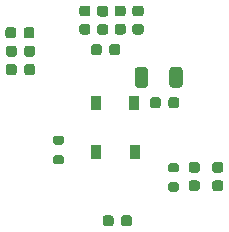
<source format=gbp>
%TF.GenerationSoftware,KiCad,Pcbnew,(5.1.8)-1*%
%TF.CreationDate,2020-11-23T23:28:54+01:00*%
%TF.ProjectId,KLinPump_PCB,4b4c696e-5075-46d7-905f-5043422e6b69,rev?*%
%TF.SameCoordinates,PX6a9eec0PY52f83c0*%
%TF.FileFunction,Paste,Bot*%
%TF.FilePolarity,Positive*%
%FSLAX46Y46*%
G04 Gerber Fmt 4.6, Leading zero omitted, Abs format (unit mm)*
G04 Created by KiCad (PCBNEW (5.1.8)-1) date 2020-11-23 23:28:54*
%MOMM*%
%LPD*%
G01*
G04 APERTURE LIST*
%ADD10R,0.900000X1.200000*%
G04 APERTURE END LIST*
%TO.C,R3*%
G36*
G01*
X18225000Y-9474999D02*
X18225000Y-10725001D01*
G75*
G02*
X17975001Y-10975000I-249999J0D01*
G01*
X17349999Y-10975000D01*
G75*
G02*
X17100000Y-10725001I0J249999D01*
G01*
X17100000Y-9474999D01*
G75*
G02*
X17349999Y-9225000I249999J0D01*
G01*
X17975001Y-9225000D01*
G75*
G02*
X18225000Y-9474999I0J-249999D01*
G01*
G37*
G36*
G01*
X15300000Y-9474999D02*
X15300000Y-10725001D01*
G75*
G02*
X15050001Y-10975000I-249999J0D01*
G01*
X14424999Y-10975000D01*
G75*
G02*
X14175000Y-10725001I0J249999D01*
G01*
X14175000Y-9474999D01*
G75*
G02*
X14424999Y-9225000I249999J0D01*
G01*
X15050001Y-9225000D01*
G75*
G02*
X15300000Y-9474999I0J-249999D01*
G01*
G37*
%TD*%
%TO.C,C8*%
G36*
G01*
X14700000Y-4925000D02*
X14200000Y-4925000D01*
G75*
G02*
X13975000Y-4700000I0J225000D01*
G01*
X13975000Y-4250000D01*
G75*
G02*
X14200000Y-4025000I225000J0D01*
G01*
X14700000Y-4025000D01*
G75*
G02*
X14925000Y-4250000I0J-225000D01*
G01*
X14925000Y-4700000D01*
G75*
G02*
X14700000Y-4925000I-225000J0D01*
G01*
G37*
G36*
G01*
X14700000Y-6475000D02*
X14200000Y-6475000D01*
G75*
G02*
X13975000Y-6250000I0J225000D01*
G01*
X13975000Y-5800000D01*
G75*
G02*
X14200000Y-5575000I225000J0D01*
G01*
X14700000Y-5575000D01*
G75*
G02*
X14925000Y-5800000I0J-225000D01*
G01*
X14925000Y-6250000D01*
G75*
G02*
X14700000Y-6475000I-225000J0D01*
G01*
G37*
%TD*%
%TO.C,C4*%
G36*
G01*
X13190000Y-4925000D02*
X12690000Y-4925000D01*
G75*
G02*
X12465000Y-4700000I0J225000D01*
G01*
X12465000Y-4250000D01*
G75*
G02*
X12690000Y-4025000I225000J0D01*
G01*
X13190000Y-4025000D01*
G75*
G02*
X13415000Y-4250000I0J-225000D01*
G01*
X13415000Y-4700000D01*
G75*
G02*
X13190000Y-4925000I-225000J0D01*
G01*
G37*
G36*
G01*
X13190000Y-6475000D02*
X12690000Y-6475000D01*
G75*
G02*
X12465000Y-6250000I0J225000D01*
G01*
X12465000Y-5800000D01*
G75*
G02*
X12690000Y-5575000I225000J0D01*
G01*
X13190000Y-5575000D01*
G75*
G02*
X13415000Y-5800000I0J-225000D01*
G01*
X13415000Y-6250000D01*
G75*
G02*
X13190000Y-6475000I-225000J0D01*
G01*
G37*
%TD*%
%TO.C,C1*%
G36*
G01*
X11700000Y-6500000D02*
X11200000Y-6500000D01*
G75*
G02*
X10975000Y-6275000I0J225000D01*
G01*
X10975000Y-5825000D01*
G75*
G02*
X11200000Y-5600000I225000J0D01*
G01*
X11700000Y-5600000D01*
G75*
G02*
X11925000Y-5825000I0J-225000D01*
G01*
X11925000Y-6275000D01*
G75*
G02*
X11700000Y-6500000I-225000J0D01*
G01*
G37*
G36*
G01*
X11700000Y-4950000D02*
X11200000Y-4950000D01*
G75*
G02*
X10975000Y-4725000I0J225000D01*
G01*
X10975000Y-4275000D01*
G75*
G02*
X11200000Y-4050000I225000J0D01*
G01*
X11700000Y-4050000D01*
G75*
G02*
X11925000Y-4275000I0J-225000D01*
G01*
X11925000Y-4725000D01*
G75*
G02*
X11700000Y-4950000I-225000J0D01*
G01*
G37*
%TD*%
%TO.C,C3*%
G36*
G01*
X10200000Y-6475000D02*
X9700000Y-6475000D01*
G75*
G02*
X9475000Y-6250000I0J225000D01*
G01*
X9475000Y-5800000D01*
G75*
G02*
X9700000Y-5575000I225000J0D01*
G01*
X10200000Y-5575000D01*
G75*
G02*
X10425000Y-5800000I0J-225000D01*
G01*
X10425000Y-6250000D01*
G75*
G02*
X10200000Y-6475000I-225000J0D01*
G01*
G37*
G36*
G01*
X10200000Y-4925000D02*
X9700000Y-4925000D01*
G75*
G02*
X9475000Y-4700000I0J225000D01*
G01*
X9475000Y-4250000D01*
G75*
G02*
X9700000Y-4025000I225000J0D01*
G01*
X10200000Y-4025000D01*
G75*
G02*
X10425000Y-4250000I0J-225000D01*
G01*
X10425000Y-4700000D01*
G75*
G02*
X10200000Y-4925000I-225000J0D01*
G01*
G37*
%TD*%
%TO.C,C2*%
G36*
G01*
X17025000Y-12500000D02*
X17025000Y-12000000D01*
G75*
G02*
X17250000Y-11775000I225000J0D01*
G01*
X17700000Y-11775000D01*
G75*
G02*
X17925000Y-12000000I0J-225000D01*
G01*
X17925000Y-12500000D01*
G75*
G02*
X17700000Y-12725000I-225000J0D01*
G01*
X17250000Y-12725000D01*
G75*
G02*
X17025000Y-12500000I0J225000D01*
G01*
G37*
G36*
G01*
X15475000Y-12500000D02*
X15475000Y-12000000D01*
G75*
G02*
X15700000Y-11775000I225000J0D01*
G01*
X16150000Y-11775000D01*
G75*
G02*
X16375000Y-12000000I0J-225000D01*
G01*
X16375000Y-12500000D01*
G75*
G02*
X16150000Y-12725000I-225000J0D01*
G01*
X15700000Y-12725000D01*
G75*
G02*
X15475000Y-12500000I0J225000D01*
G01*
G37*
%TD*%
%TO.C,C5*%
G36*
G01*
X3270000Y-9690000D02*
X3270000Y-9190000D01*
G75*
G02*
X3495000Y-8965000I225000J0D01*
G01*
X3945000Y-8965000D01*
G75*
G02*
X4170000Y-9190000I0J-225000D01*
G01*
X4170000Y-9690000D01*
G75*
G02*
X3945000Y-9915000I-225000J0D01*
G01*
X3495000Y-9915000D01*
G75*
G02*
X3270000Y-9690000I0J225000D01*
G01*
G37*
G36*
G01*
X4820000Y-9690000D02*
X4820000Y-9190000D01*
G75*
G02*
X5045000Y-8965000I225000J0D01*
G01*
X5495000Y-8965000D01*
G75*
G02*
X5720000Y-9190000I0J-225000D01*
G01*
X5720000Y-9690000D01*
G75*
G02*
X5495000Y-9915000I-225000J0D01*
G01*
X5045000Y-9915000D01*
G75*
G02*
X4820000Y-9690000I0J225000D01*
G01*
G37*
%TD*%
%TO.C,C6*%
G36*
G01*
X4825000Y-8150000D02*
X4825000Y-7650000D01*
G75*
G02*
X5050000Y-7425000I225000J0D01*
G01*
X5500000Y-7425000D01*
G75*
G02*
X5725000Y-7650000I0J-225000D01*
G01*
X5725000Y-8150000D01*
G75*
G02*
X5500000Y-8375000I-225000J0D01*
G01*
X5050000Y-8375000D01*
G75*
G02*
X4825000Y-8150000I0J225000D01*
G01*
G37*
G36*
G01*
X3275000Y-8150000D02*
X3275000Y-7650000D01*
G75*
G02*
X3500000Y-7425000I225000J0D01*
G01*
X3950000Y-7425000D01*
G75*
G02*
X4175000Y-7650000I0J-225000D01*
G01*
X4175000Y-8150000D01*
G75*
G02*
X3950000Y-8375000I-225000J0D01*
G01*
X3500000Y-8375000D01*
G75*
G02*
X3275000Y-8150000I0J225000D01*
G01*
G37*
%TD*%
%TO.C,C7*%
G36*
G01*
X12925000Y-7500000D02*
X12925000Y-8000000D01*
G75*
G02*
X12700000Y-8225000I-225000J0D01*
G01*
X12250000Y-8225000D01*
G75*
G02*
X12025000Y-8000000I0J225000D01*
G01*
X12025000Y-7500000D01*
G75*
G02*
X12250000Y-7275000I225000J0D01*
G01*
X12700000Y-7275000D01*
G75*
G02*
X12925000Y-7500000I0J-225000D01*
G01*
G37*
G36*
G01*
X11375000Y-7500000D02*
X11375000Y-8000000D01*
G75*
G02*
X11150000Y-8225000I-225000J0D01*
G01*
X10700000Y-8225000D01*
G75*
G02*
X10475000Y-8000000I0J225000D01*
G01*
X10475000Y-7500000D01*
G75*
G02*
X10700000Y-7275000I225000J0D01*
G01*
X11150000Y-7275000D01*
G75*
G02*
X11375000Y-7500000I0J-225000D01*
G01*
G37*
%TD*%
%TO.C,C9*%
G36*
G01*
X3225000Y-6575000D02*
X3225000Y-6075000D01*
G75*
G02*
X3450000Y-5850000I225000J0D01*
G01*
X3900000Y-5850000D01*
G75*
G02*
X4125000Y-6075000I0J-225000D01*
G01*
X4125000Y-6575000D01*
G75*
G02*
X3900000Y-6800000I-225000J0D01*
G01*
X3450000Y-6800000D01*
G75*
G02*
X3225000Y-6575000I0J225000D01*
G01*
G37*
G36*
G01*
X4775000Y-6575000D02*
X4775000Y-6075000D01*
G75*
G02*
X5000000Y-5850000I225000J0D01*
G01*
X5450000Y-5850000D01*
G75*
G02*
X5675000Y-6075000I0J-225000D01*
G01*
X5675000Y-6575000D01*
G75*
G02*
X5450000Y-6800000I-225000J0D01*
G01*
X5000000Y-6800000D01*
G75*
G02*
X4775000Y-6575000I0J225000D01*
G01*
G37*
%TD*%
%TO.C,C10*%
G36*
G01*
X13925000Y-22000000D02*
X13925000Y-22500000D01*
G75*
G02*
X13700000Y-22725000I-225000J0D01*
G01*
X13250000Y-22725000D01*
G75*
G02*
X13025000Y-22500000I0J225000D01*
G01*
X13025000Y-22000000D01*
G75*
G02*
X13250000Y-21775000I225000J0D01*
G01*
X13700000Y-21775000D01*
G75*
G02*
X13925000Y-22000000I0J-225000D01*
G01*
G37*
G36*
G01*
X12375000Y-22000000D02*
X12375000Y-22500000D01*
G75*
G02*
X12150000Y-22725000I-225000J0D01*
G01*
X11700000Y-22725000D01*
G75*
G02*
X11475000Y-22500000I0J225000D01*
G01*
X11475000Y-22000000D01*
G75*
G02*
X11700000Y-21775000I225000J0D01*
G01*
X12150000Y-21775000D01*
G75*
G02*
X12375000Y-22000000I0J-225000D01*
G01*
G37*
%TD*%
%TO.C,C11*%
G36*
G01*
X21450000Y-18175000D02*
X20950000Y-18175000D01*
G75*
G02*
X20725000Y-17950000I0J225000D01*
G01*
X20725000Y-17500000D01*
G75*
G02*
X20950000Y-17275000I225000J0D01*
G01*
X21450000Y-17275000D01*
G75*
G02*
X21675000Y-17500000I0J-225000D01*
G01*
X21675000Y-17950000D01*
G75*
G02*
X21450000Y-18175000I-225000J0D01*
G01*
G37*
G36*
G01*
X21450000Y-19725000D02*
X20950000Y-19725000D01*
G75*
G02*
X20725000Y-19500000I0J225000D01*
G01*
X20725000Y-19050000D01*
G75*
G02*
X20950000Y-18825000I225000J0D01*
G01*
X21450000Y-18825000D01*
G75*
G02*
X21675000Y-19050000I0J-225000D01*
G01*
X21675000Y-19500000D01*
G75*
G02*
X21450000Y-19725000I-225000J0D01*
G01*
G37*
%TD*%
%TO.C,C12*%
G36*
G01*
X18950000Y-18825000D02*
X19450000Y-18825000D01*
G75*
G02*
X19675000Y-19050000I0J-225000D01*
G01*
X19675000Y-19500000D01*
G75*
G02*
X19450000Y-19725000I-225000J0D01*
G01*
X18950000Y-19725000D01*
G75*
G02*
X18725000Y-19500000I0J225000D01*
G01*
X18725000Y-19050000D01*
G75*
G02*
X18950000Y-18825000I225000J0D01*
G01*
G37*
G36*
G01*
X18950000Y-17275000D02*
X19450000Y-17275000D01*
G75*
G02*
X19675000Y-17500000I0J-225000D01*
G01*
X19675000Y-17950000D01*
G75*
G02*
X19450000Y-18175000I-225000J0D01*
G01*
X18950000Y-18175000D01*
G75*
G02*
X18725000Y-17950000I0J225000D01*
G01*
X18725000Y-17500000D01*
G75*
G02*
X18950000Y-17275000I225000J0D01*
G01*
G37*
%TD*%
%TO.C,R5*%
G36*
G01*
X17175000Y-19000000D02*
X17725000Y-19000000D01*
G75*
G02*
X17925000Y-19200000I0J-200000D01*
G01*
X17925000Y-19600000D01*
G75*
G02*
X17725000Y-19800000I-200000J0D01*
G01*
X17175000Y-19800000D01*
G75*
G02*
X16975000Y-19600000I0J200000D01*
G01*
X16975000Y-19200000D01*
G75*
G02*
X17175000Y-19000000I200000J0D01*
G01*
G37*
G36*
G01*
X17175000Y-17350000D02*
X17725000Y-17350000D01*
G75*
G02*
X17925000Y-17550000I0J-200000D01*
G01*
X17925000Y-17950000D01*
G75*
G02*
X17725000Y-18150000I-200000J0D01*
G01*
X17175000Y-18150000D01*
G75*
G02*
X16975000Y-17950000I0J200000D01*
G01*
X16975000Y-17550000D01*
G75*
G02*
X17175000Y-17350000I200000J0D01*
G01*
G37*
%TD*%
D10*
%TO.C,D1*%
X14200000Y-16400000D03*
X10900000Y-16400000D03*
%TD*%
%TO.C,D2*%
X14150000Y-12250000D03*
X10850000Y-12250000D03*
%TD*%
%TO.C,R7*%
G36*
G01*
X7425000Y-15025000D02*
X7975000Y-15025000D01*
G75*
G02*
X8175000Y-15225000I0J-200000D01*
G01*
X8175000Y-15625000D01*
G75*
G02*
X7975000Y-15825000I-200000J0D01*
G01*
X7425000Y-15825000D01*
G75*
G02*
X7225000Y-15625000I0J200000D01*
G01*
X7225000Y-15225000D01*
G75*
G02*
X7425000Y-15025000I200000J0D01*
G01*
G37*
G36*
G01*
X7425000Y-16675000D02*
X7975000Y-16675000D01*
G75*
G02*
X8175000Y-16875000I0J-200000D01*
G01*
X8175000Y-17275000D01*
G75*
G02*
X7975000Y-17475000I-200000J0D01*
G01*
X7425000Y-17475000D01*
G75*
G02*
X7225000Y-17275000I0J200000D01*
G01*
X7225000Y-16875000D01*
G75*
G02*
X7425000Y-16675000I200000J0D01*
G01*
G37*
%TD*%
M02*

</source>
